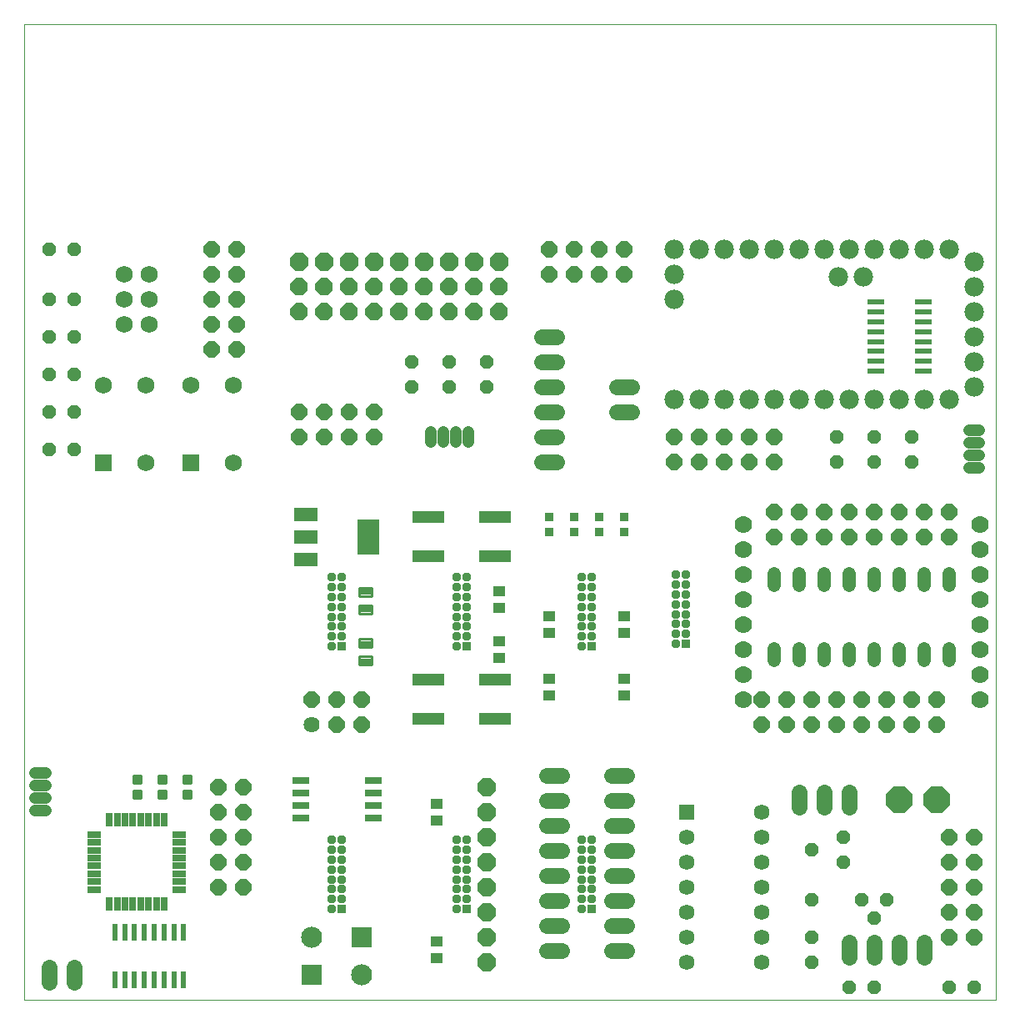
<source format=gts>
G75*
%MOIN*%
%OFA0B0*%
%FSLAX24Y24*%
%IPPOS*%
%LPD*%
%AMOC8*
5,1,8,0,0,1.08239X$1,22.5*
%
%ADD10C,0.0000*%
%ADD11R,0.0540X0.0260*%
%ADD12R,0.0260X0.0540*%
%ADD13OC8,0.0640*%
%ADD14C,0.0640*%
%ADD15R,0.0237X0.0670*%
%ADD16R,0.0690X0.0690*%
%ADD17C,0.0690*%
%ADD18OC8,0.0520*%
%ADD19R,0.0840X0.0840*%
%ADD20C,0.0840*%
%ADD21R,0.0625X0.0625*%
%ADD22C,0.0625*%
%ADD23OC8,0.1040*%
%ADD24R,0.0940X0.0540*%
%ADD25R,0.0890X0.1440*%
%ADD26C,0.0110*%
%ADD27C,0.0640*%
%ADD28C,0.0780*%
%ADD29R,0.0670X0.0290*%
%ADD30R,0.0357X0.0357*%
%ADD31OC8,0.0357*%
%ADD32C,0.0680*%
%ADD33R,0.1300X0.0512*%
%ADD34R,0.0473X0.0434*%
%ADD35OC8,0.0740*%
%ADD36OC8,0.0700*%
%ADD37C,0.0453*%
%ADD38R,0.0670X0.0237*%
%ADD39C,0.0700*%
%ADD40C,0.0520*%
%ADD41R,0.0355X0.0355*%
%ADD42C,0.0098*%
D10*
X000535Y000725D02*
X000535Y039721D01*
X039405Y039721D01*
X039405Y000725D01*
X000535Y000725D01*
D11*
X003345Y005123D03*
X003345Y005438D03*
X003345Y005753D03*
X003345Y006068D03*
X003345Y006382D03*
X003345Y006697D03*
X003345Y007012D03*
X003345Y007327D03*
X006725Y007327D03*
X006725Y007012D03*
X006725Y006697D03*
X006725Y006382D03*
X006725Y006068D03*
X006725Y005753D03*
X006725Y005438D03*
X006725Y005123D03*
D12*
X006137Y004535D03*
X005822Y004535D03*
X005508Y004535D03*
X005193Y004535D03*
X004878Y004535D03*
X004563Y004535D03*
X004248Y004535D03*
X003933Y004535D03*
X003933Y007915D03*
X004248Y007915D03*
X004563Y007915D03*
X004878Y007915D03*
X005193Y007915D03*
X005508Y007915D03*
X005822Y007915D03*
X006137Y007915D03*
D13*
X008285Y008225D03*
X008285Y007225D03*
X008285Y006225D03*
X008285Y005225D03*
X009285Y005225D03*
X009285Y006225D03*
X009285Y007225D03*
X009285Y008225D03*
X009285Y009225D03*
X008285Y009225D03*
X012035Y012725D03*
X013035Y012725D03*
X013035Y011725D03*
X014035Y011725D03*
X014035Y012725D03*
X013535Y023225D03*
X012535Y023225D03*
X012535Y024225D03*
X013535Y024225D03*
X014535Y024225D03*
X014535Y023225D03*
X011535Y023225D03*
X011535Y024225D03*
X009035Y026725D03*
X008035Y026725D03*
X008035Y027725D03*
X009035Y027725D03*
X009035Y028725D03*
X008035Y028725D03*
X008035Y029725D03*
X009035Y029725D03*
X009035Y030725D03*
X008035Y030725D03*
X021535Y030725D03*
X021535Y029725D03*
X022535Y029725D03*
X023535Y029725D03*
X023535Y030725D03*
X022535Y030725D03*
X024535Y030725D03*
X024535Y029725D03*
X026535Y023225D03*
X027535Y023225D03*
X027535Y022225D03*
X026535Y022225D03*
X028535Y022225D03*
X029535Y022225D03*
X029535Y023225D03*
X028535Y023225D03*
X030535Y023225D03*
X030535Y022225D03*
X030535Y020225D03*
X030535Y019225D03*
X031535Y019225D03*
X031535Y020225D03*
X032535Y020225D03*
X032535Y019225D03*
X033535Y019225D03*
X033535Y020225D03*
X034535Y020225D03*
X034535Y019225D03*
X035535Y019225D03*
X035535Y020225D03*
X036535Y020225D03*
X036535Y019225D03*
X037535Y019225D03*
X037535Y020225D03*
X037035Y012725D03*
X036035Y012725D03*
X036035Y011725D03*
X037035Y011725D03*
X035035Y011725D03*
X034035Y011725D03*
X034035Y012725D03*
X035035Y012725D03*
X033035Y012725D03*
X032035Y012725D03*
X032035Y011725D03*
X033035Y011725D03*
X031035Y011725D03*
X030035Y011725D03*
X030035Y012725D03*
X031035Y012725D03*
X037535Y007225D03*
X037535Y006225D03*
X037535Y005225D03*
X037535Y004225D03*
X037535Y003225D03*
X038535Y003225D03*
X038535Y004225D03*
X038535Y005225D03*
X038535Y006225D03*
X038535Y007225D03*
D14*
X036535Y003025D02*
X036535Y002425D01*
X035535Y002425D02*
X035535Y003025D01*
X034535Y003025D02*
X034535Y002425D01*
X033535Y002425D02*
X033535Y003025D01*
X033535Y008425D02*
X033535Y009025D01*
X032535Y009025D02*
X032535Y008425D01*
X031535Y008425D02*
X031535Y009025D01*
X024635Y008675D02*
X024035Y008675D01*
X024035Y007675D02*
X024635Y007675D01*
X024635Y006675D02*
X024035Y006675D01*
X024035Y005675D02*
X024635Y005675D01*
X024635Y004675D02*
X024035Y004675D01*
X024035Y003675D02*
X024635Y003675D01*
X024635Y002675D02*
X024035Y002675D01*
X022035Y002675D02*
X021435Y002675D01*
X021435Y003675D02*
X022035Y003675D01*
X022035Y004675D02*
X021435Y004675D01*
X021435Y005675D02*
X022035Y005675D01*
X022035Y006675D02*
X021435Y006675D01*
X021435Y007675D02*
X022035Y007675D01*
X022035Y008675D02*
X021435Y008675D01*
X021435Y009675D02*
X022035Y009675D01*
X024035Y009675D02*
X024635Y009675D01*
X021835Y022225D02*
X021235Y022225D01*
X021235Y023225D02*
X021835Y023225D01*
X021835Y024225D02*
X021235Y024225D01*
X021235Y025225D02*
X021835Y025225D01*
X021835Y026225D02*
X021235Y026225D01*
X021235Y027225D02*
X021835Y027225D01*
X024235Y025225D02*
X024835Y025225D01*
X024835Y024225D02*
X024235Y024225D01*
X002535Y002025D02*
X002535Y001425D01*
X001535Y001425D02*
X001535Y002025D01*
D15*
X004157Y001530D03*
X004551Y001530D03*
X004945Y001530D03*
X005338Y001530D03*
X005732Y001530D03*
X006126Y001530D03*
X006519Y001530D03*
X006913Y001530D03*
X006913Y003420D03*
X006519Y003420D03*
X006126Y003420D03*
X005732Y003420D03*
X005338Y003420D03*
X004945Y003420D03*
X004551Y003420D03*
X004157Y003420D03*
D16*
X003685Y022175D03*
X007185Y022175D03*
D17*
X005385Y022175D03*
X005385Y025275D03*
X003685Y025275D03*
X007185Y025275D03*
X008885Y025275D03*
X008885Y022175D03*
D18*
X002535Y022725D03*
X001535Y022725D03*
X001535Y024225D03*
X002535Y024225D03*
X002535Y025725D03*
X001535Y025725D03*
X001535Y027225D03*
X002535Y027225D03*
X002535Y028725D03*
X001535Y028725D03*
X001535Y030725D03*
X002535Y030725D03*
X016035Y026225D03*
X016035Y025225D03*
X017535Y025225D03*
X017535Y026225D03*
X019035Y026225D03*
X019035Y025225D03*
X033035Y023225D03*
X033035Y022225D03*
X034535Y022225D03*
X034535Y023225D03*
X036035Y023225D03*
X036035Y022225D03*
X033285Y007225D03*
X033285Y006225D03*
X032035Y006725D03*
X032035Y004725D03*
X032035Y003225D03*
X032035Y002225D03*
X033535Y001225D03*
X034535Y001225D03*
X034535Y003975D03*
X034035Y004725D03*
X035035Y004725D03*
X037535Y001225D03*
X038535Y001225D03*
D19*
X014035Y003225D03*
X012035Y001725D03*
D20*
X012035Y003225D03*
X014035Y001725D03*
D21*
X027035Y008225D03*
D22*
X027035Y007225D03*
X027035Y006225D03*
X027035Y005225D03*
X027035Y004225D03*
X027035Y003225D03*
X027035Y002225D03*
X030035Y002225D03*
X030035Y003225D03*
X030035Y004225D03*
X030035Y005225D03*
X030035Y006225D03*
X030035Y007225D03*
X030035Y008225D03*
D23*
X035535Y008725D03*
X037035Y008725D03*
D24*
X011785Y018325D03*
X011785Y019225D03*
X011785Y020125D03*
D25*
X014285Y019225D03*
D26*
X014425Y017190D02*
X014425Y016860D01*
X013945Y016860D01*
X013945Y017190D01*
X014425Y017190D01*
X014425Y016969D02*
X013945Y016969D01*
X013945Y017078D02*
X014425Y017078D01*
X014425Y017187D02*
X013945Y017187D01*
X014425Y016490D02*
X014425Y016160D01*
X013945Y016160D01*
X013945Y016490D01*
X014425Y016490D01*
X014425Y016269D02*
X013945Y016269D01*
X013945Y016378D02*
X014425Y016378D01*
X014425Y016487D02*
X013945Y016487D01*
X014425Y015140D02*
X014425Y014810D01*
X013945Y014810D01*
X013945Y015140D01*
X014425Y015140D01*
X014425Y014919D02*
X013945Y014919D01*
X013945Y015028D02*
X014425Y015028D01*
X014425Y015137D02*
X013945Y015137D01*
X014425Y014440D02*
X014425Y014110D01*
X013945Y014110D01*
X013945Y014440D01*
X014425Y014440D01*
X014425Y014219D02*
X013945Y014219D01*
X013945Y014328D02*
X014425Y014328D01*
X014425Y014437D02*
X013945Y014437D01*
D27*
X012035Y011725D03*
D28*
X026535Y024725D03*
X027535Y024725D03*
X028535Y024725D03*
X029535Y024725D03*
X030535Y024725D03*
X031535Y024725D03*
X032535Y024725D03*
X033535Y024725D03*
X034535Y024725D03*
X035535Y024725D03*
X036535Y024725D03*
X037535Y024725D03*
X038535Y025225D03*
X038535Y026225D03*
X038535Y027225D03*
X038535Y028225D03*
X038535Y029225D03*
X038535Y030225D03*
X037535Y030725D03*
X036535Y030725D03*
X035535Y030725D03*
X034535Y030725D03*
X033535Y030725D03*
X032535Y030725D03*
X031535Y030725D03*
X030535Y030725D03*
X029535Y030725D03*
X028535Y030725D03*
X027535Y030725D03*
X026535Y030725D03*
X026535Y029725D03*
X026535Y028725D03*
X033098Y029600D03*
X034098Y029600D03*
D29*
X014485Y009475D03*
X014485Y008975D03*
X014485Y008475D03*
X014485Y007975D03*
X011585Y007975D03*
X011585Y008475D03*
X011585Y008975D03*
X011585Y009475D03*
D30*
X013232Y004347D03*
X018232Y004347D03*
X023232Y004347D03*
X023232Y014847D03*
X026982Y014947D03*
X018232Y014847D03*
X013232Y014847D03*
D31*
X013232Y015241D03*
X013232Y015634D03*
X012838Y015634D03*
X012838Y015241D03*
X012838Y014847D03*
X012838Y016028D03*
X012838Y016422D03*
X012838Y016816D03*
X012838Y017209D03*
X013232Y017209D03*
X013232Y016816D03*
X013232Y016422D03*
X013232Y016028D03*
X013232Y017603D03*
X012838Y017603D03*
X017838Y017603D03*
X017838Y017209D03*
X017838Y016816D03*
X018232Y016816D03*
X018232Y017209D03*
X018232Y017603D03*
X018232Y016422D03*
X017838Y016422D03*
X017838Y016028D03*
X017838Y015634D03*
X017838Y015241D03*
X018232Y015241D03*
X018232Y015634D03*
X018232Y016028D03*
X017838Y014847D03*
X022838Y014847D03*
X022838Y015241D03*
X022838Y015634D03*
X023232Y015634D03*
X023232Y015241D03*
X023232Y016028D03*
X022838Y016028D03*
X022838Y016422D03*
X022838Y016816D03*
X022838Y017209D03*
X023232Y017209D03*
X023232Y016816D03*
X023232Y016422D03*
X023232Y017603D03*
X022838Y017603D03*
X026588Y017703D03*
X026588Y017309D03*
X026588Y016916D03*
X026982Y016916D03*
X026982Y017309D03*
X026982Y017703D03*
X026982Y016522D03*
X026588Y016522D03*
X026588Y016128D03*
X026588Y015734D03*
X026588Y015341D03*
X026982Y015341D03*
X026982Y015734D03*
X026982Y016128D03*
X026588Y014947D03*
X023232Y007103D03*
X023232Y006709D03*
X023232Y006316D03*
X022838Y006316D03*
X022838Y006709D03*
X022838Y007103D03*
X022838Y005922D03*
X022838Y005528D03*
X022838Y005134D03*
X022838Y004741D03*
X023232Y004741D03*
X023232Y005134D03*
X023232Y005528D03*
X023232Y005922D03*
X022838Y004347D03*
X018232Y004741D03*
X018232Y005134D03*
X017838Y005134D03*
X017838Y004741D03*
X017838Y004347D03*
X017838Y005528D03*
X017838Y005922D03*
X017838Y006316D03*
X017838Y006709D03*
X018232Y006709D03*
X018232Y006316D03*
X018232Y005922D03*
X018232Y005528D03*
X018232Y007103D03*
X017838Y007103D03*
X013232Y007103D03*
X013232Y006709D03*
X013232Y006316D03*
X012838Y006316D03*
X012838Y006709D03*
X012838Y007103D03*
X012838Y005922D03*
X012838Y005528D03*
X012838Y005134D03*
X012838Y004741D03*
X013232Y004741D03*
X013232Y005134D03*
X013232Y005528D03*
X013232Y005922D03*
X012838Y004347D03*
D32*
X005535Y027725D03*
X004535Y027725D03*
X004535Y028725D03*
X004535Y029725D03*
X005535Y029725D03*
X005535Y028725D03*
D33*
X016696Y020012D03*
X016696Y018438D03*
X019374Y018438D03*
X019374Y020012D03*
X019374Y013512D03*
X019374Y011938D03*
X016696Y011938D03*
X016696Y013512D03*
D34*
X019535Y014390D03*
X019535Y015060D03*
X019535Y016390D03*
X019535Y017060D03*
X021535Y016060D03*
X021535Y015390D03*
X021535Y013560D03*
X021535Y012890D03*
X024535Y012890D03*
X024535Y013560D03*
X024535Y015390D03*
X024535Y016060D03*
X017035Y008560D03*
X017035Y007890D03*
X017035Y003060D03*
X017035Y002390D03*
D35*
X019035Y002225D03*
X019035Y003225D03*
X019035Y004225D03*
X019035Y005225D03*
X019035Y006225D03*
X019035Y007225D03*
X019035Y008225D03*
X019035Y009225D03*
X018535Y030225D03*
X019535Y030225D03*
X017535Y030225D03*
X016535Y030225D03*
X015535Y030225D03*
X014535Y030225D03*
X013535Y030225D03*
X012535Y030225D03*
X011535Y030225D03*
D36*
X011535Y029225D03*
X011535Y028225D03*
X012535Y028225D03*
X013535Y028225D03*
X013535Y029225D03*
X012535Y029225D03*
X014535Y029225D03*
X015535Y029225D03*
X015535Y028225D03*
X014535Y028225D03*
X016535Y028225D03*
X017535Y028225D03*
X017535Y029225D03*
X016535Y029225D03*
X018535Y029225D03*
X019535Y029225D03*
X019535Y028225D03*
X018535Y028225D03*
D37*
X018285Y023432D02*
X018285Y023018D01*
X017785Y023018D02*
X017785Y023432D01*
X017285Y023432D02*
X017285Y023018D01*
X016785Y023018D02*
X016785Y023432D01*
X001392Y009775D02*
X000978Y009775D01*
X000978Y009275D02*
X001392Y009275D01*
X001392Y008775D02*
X000978Y008775D01*
X000978Y008275D02*
X001392Y008275D01*
X038328Y021975D02*
X038742Y021975D01*
X038742Y022475D02*
X038328Y022475D01*
X038328Y022975D02*
X038742Y022975D01*
X038742Y023475D02*
X038328Y023475D01*
D38*
X036480Y025847D03*
X036480Y026241D03*
X036480Y026634D03*
X036480Y027028D03*
X036480Y027422D03*
X036480Y027816D03*
X036480Y028209D03*
X036480Y028603D03*
X034590Y028603D03*
X034590Y028209D03*
X034590Y027816D03*
X034590Y027422D03*
X034590Y027028D03*
X034590Y026634D03*
X034590Y026241D03*
X034590Y025847D03*
D39*
X038759Y019725D03*
X038759Y018725D03*
X038759Y017725D03*
X038759Y016725D03*
X038759Y015725D03*
X038759Y014725D03*
X038759Y013725D03*
X038759Y012725D03*
X029311Y012725D03*
X029311Y013725D03*
X029311Y014725D03*
X029311Y015725D03*
X029311Y016725D03*
X029311Y017725D03*
X029311Y018725D03*
X029311Y019725D03*
D40*
X030535Y017765D02*
X030535Y017285D01*
X031535Y017285D02*
X031535Y017765D01*
X032535Y017765D02*
X032535Y017285D01*
X033535Y017285D02*
X033535Y017765D01*
X034535Y017765D02*
X034535Y017285D01*
X035535Y017285D02*
X035535Y017765D01*
X036535Y017765D02*
X036535Y017285D01*
X037535Y017285D02*
X037535Y017765D01*
X037535Y014765D02*
X037535Y014285D01*
X036535Y014285D02*
X036535Y014765D01*
X035535Y014765D02*
X035535Y014285D01*
X034535Y014285D02*
X034535Y014765D01*
X033535Y014765D02*
X033535Y014285D01*
X032535Y014285D02*
X032535Y014765D01*
X031535Y014765D02*
X031535Y014285D01*
X030535Y014285D02*
X030535Y014765D01*
D41*
X024535Y019430D03*
X024535Y020020D03*
X023535Y020020D03*
X023535Y019430D03*
X022535Y019430D03*
X022535Y020020D03*
X021535Y020020D03*
X021535Y019430D03*
D42*
X006889Y009671D02*
X006889Y009379D01*
X006889Y009671D02*
X007181Y009671D01*
X007181Y009379D01*
X006889Y009379D01*
X006889Y009476D02*
X007181Y009476D01*
X007181Y009573D02*
X006889Y009573D01*
X006889Y009670D02*
X007181Y009670D01*
X006889Y009071D02*
X006889Y008779D01*
X006889Y009071D02*
X007181Y009071D01*
X007181Y008779D01*
X006889Y008779D01*
X006889Y008876D02*
X007181Y008876D01*
X007181Y008973D02*
X006889Y008973D01*
X006889Y009070D02*
X007181Y009070D01*
X005889Y009071D02*
X005889Y008779D01*
X005889Y009071D02*
X006181Y009071D01*
X006181Y008779D01*
X005889Y008779D01*
X005889Y008876D02*
X006181Y008876D01*
X006181Y008973D02*
X005889Y008973D01*
X005889Y009070D02*
X006181Y009070D01*
X005889Y009379D02*
X005889Y009671D01*
X006181Y009671D01*
X006181Y009379D01*
X005889Y009379D01*
X005889Y009476D02*
X006181Y009476D01*
X006181Y009573D02*
X005889Y009573D01*
X005889Y009670D02*
X006181Y009670D01*
X004889Y009671D02*
X004889Y009379D01*
X004889Y009671D02*
X005181Y009671D01*
X005181Y009379D01*
X004889Y009379D01*
X004889Y009476D02*
X005181Y009476D01*
X005181Y009573D02*
X004889Y009573D01*
X004889Y009670D02*
X005181Y009670D01*
X004889Y009071D02*
X004889Y008779D01*
X004889Y009071D02*
X005181Y009071D01*
X005181Y008779D01*
X004889Y008779D01*
X004889Y008876D02*
X005181Y008876D01*
X005181Y008973D02*
X004889Y008973D01*
X004889Y009070D02*
X005181Y009070D01*
M02*

</source>
